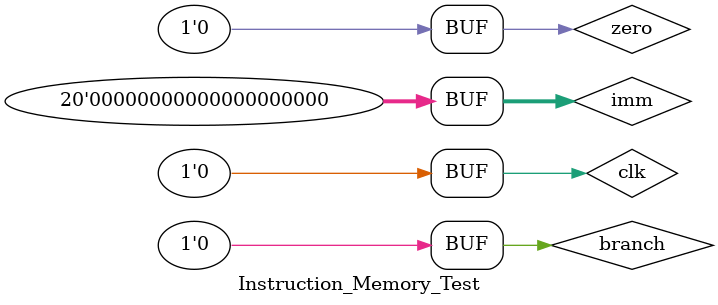
<source format=v>
`timescale 1ns / 1ps


module Instruction_Memory_Test;

	// Inputs
	reg clk;
	reg zero;
	reg branch;
	reg [19:0] imm;

	// Outputs
	wire [19:0] ins;

	// Instantiate the Unit Under Test (UUT)
	Instruction_Memory uut (
		.clk(clk), 
		.zero(zero), 
		.branch(branch), 
		.imm(imm), 
		.ins(ins)
	);

	initial begin
		// Initialize Inputs
		clk = 0;
		zero = 0;
		branch = 0;
		imm = 20'b00000000000000000000;

		// Wait 100 ns for global reset to finish
		#100;
        
		// Add stimulus here
		clk = 1;
		zero = 0;
		branch = 0;
		imm = 0;
		
		#100;
		
		clk = 0;
		zero = 0;
		branch = 0;
		imm = 20'b00000000000000000000;
		
		#100;
		
		clk = 1;
		zero = 1;
		branch = 0;
		imm = 20'b00000000000000000000;
		
		#100;
		 
		 clk = 0;
		 zero = 0;
		 branch = 1;
		 imm = 20'b00000000000000000000;
		 
		 #100;
		 
		 clk = 1;
		 zero = 1;
		 branch = 1;
		 imm = 20'b0000000000000001000;
		 
		 #100
		 
		 clk = 0;
		 zero = 0;
		 branch = 0;
		 imm = 20'b00000000000000000000;
		 
		 #100;
	end
      
endmodule


</source>
